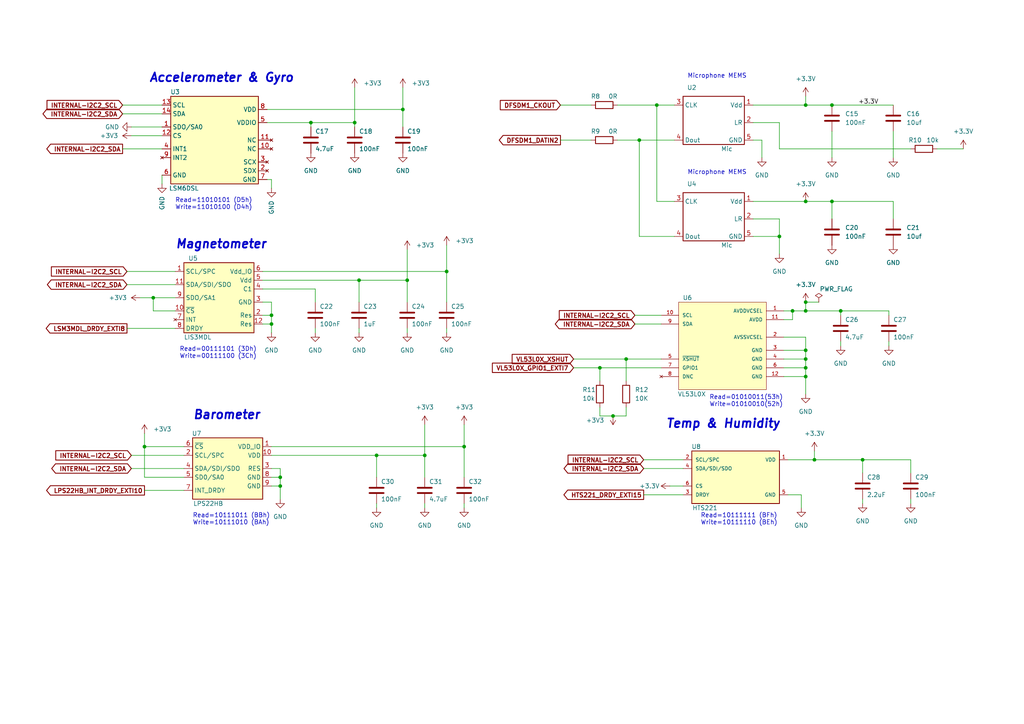
<source format=kicad_sch>
(kicad_sch (version 20211123) (generator eeschema)
  (paper "A4")
  (title_block (title "MEMS Sensors") (date "2023-01-22"))
  (lib_symbols
    (symbol "Device:C" (pin_numbers hide) (pin_names (offset 0.254))
      (property "Reference" "C" (at 0.635 2.54 0))
      (property "Value" "C" (at 0.635 -2.54 0))
      (symbol "C_0_1"
        (polyline (pts (xy -2.032 -0.762) (xy 2.032 -0.762)) (stroke (width 0.508)))
        (polyline (pts (xy -2.032 0.762) (xy 2.032 0.762)) (stroke (width 0.508)))
      )
      (symbol "C_1_1"
        (pin passive line (at 0 3.81 270) (length 2.794) (name "~") (number "1"))
        (pin passive line (at 0 -3.81 90) (length 2.794) (name "~") (number "2"))
      )
    )
    (symbol "Device:R" (pin_numbers hide) (pin_names (offset 0))
      (property "Reference" "R" (at 2.032 0 90))
      (property "Value" "R" (at 0 0 90))
      (symbol "R_0_1"
        (rectangle (start -1.016 -2.54) (end 1.016 2.54) (stroke (width 0.254)))
      )
      (symbol "R_1_1"
        (pin passive line (at 0 3.81 270) (length 1.27) (name "~") (number "1"))
        (pin passive line (at 0 -3.81 90) (length 1.27) (name "~") (number "2"))
      )
    )
    (symbol "HTS221:HTS221" (pin_names (offset 1.016))
      (property "Reference" "U6" (at 0 12.7 0))
      (property "Value" "HTS221" (at 0 10.16 0))
      (symbol "HTS221_0_0"
        (rectangle (start -12.7 -7.62) (end 12.7 7.62) (stroke (width 0.254)) (fill (type background)))
        (pin power_in line (at 15.24 5.08 180) (length 2.54) (name "VDD") (number "1"))
        (pin input line (at -15.24 5.08 0) (length 2.54) (name "SCL/SPC") (number "2"))
        (pin output line (at -15.24 -5.08 0) (length 2.54) (name "DRDY") (number "3"))
        (pin bidirectional line (at -15.24 2.54 0) (length 2.54) (name "SDA/SDI/SDO") (number "4"))
        (pin power_in line (at 15.24 -5.08 180) (length 2.54) (name "GND") (number "5"))
        (pin input line (at -15.24 -2.54 0) (length 2.54) (name "CS") (number "6"))
      )
    )
    (symbol "MySymLib_HC:Mic"
      (property "Reference" "U" (at -7.62 6.35 0))
      (property "Value" "Mic" (at 0 -10.16 0))
      (symbol "Mic_1_1"
        (rectangle (start -10.16 5.08) (end 7.62 -8.89) (stroke (width 0.254)))
        (pin power_in line (at 10.16 2.54 180) (length 2.54) (name "Vdd") (number "1"))
        (pin input line (at 10.16 -2.54 180) (length 2.54) (name "LR") (number "2"))
        (pin input line (at -12.7 2.54 0) (length 2.54) (name "CLK") (number "3"))
        (pin tri_state line (at -12.7 -7.62 0) (length 2.54) (name "Dout") (number "4"))
        (pin power_in line (at 10.16 -7.62 180) (length 2.54) (name "GND") (number "5"))
      )
    )
    (symbol "Sensor_Magnetic:LIS3MDL"
      (property "Reference" "U5" (at -8.89 11.43 0))
      (property "Value" "LIS3MDL" (at -7.62 -11.43 0))
      (symbol "LIS3MDL_0_1"
        (rectangle (start -10.16 10.16) (end 10.16 -10.16) (stroke (width 0.254)) (fill (type background)))
      )
      (symbol "LIS3MDL_1_1"
        (pin input line (at -12.7 7.62 0) (length 2.54) (name "SCL/SPC") (number "1"))
        (pin input line (at -12.7 -3.81 0) (length 2.54) (name "~{CS}") (number "10"))
        (pin bidirectional line (at -12.7 3.81 0) (length 2.54) (name "SDA/SDI/SDO") (number "11"))
        (pin passive line (at 12.7 -7.62 180) (length 2.54) (name "Res") (number "12"))
        (pin passive line (at 12.7 -5.08 180) (length 2.54) (name "Res") (number "2"))
        (pin power_in line (at 12.7 -1.27 180) (length 2.54) (name "GND") (number "3"))
        (pin power_out line (at 12.7 2.54 180) (length 2.54) (name "C1") (number "4"))
        (pin power_in line (at 12.7 5.08 180) (length 2.54) (name "Vdd") (number "5"))
        (pin power_in line (at 12.7 7.62 180) (length 2.54) (name "Vdd_IO") (number "6"))
        (pin no_connect line (at -12.7 -6.35 0) (length 2.54) (name "INT") (number "7"))
        (pin output line (at -12.7 -8.89 0) (length 2.54) (name "DRDY") (number "8"))
        (pin bidirectional line (at -12.7 0 0) (length 2.54) (name "SDO/SA1") (number "9"))
      )
    )
    (symbol "Sensor_Motion:LSM6DSL"
      (property "Reference" "U3" (at -11.43 13.97 0))
      (property "Value" "LSM6DSL" (at -7.62 -13.97 0))
      (symbol "LSM6DSL_0_1"
        (rectangle (start -12.7 12.7) (end 12.7 -12.7) (stroke (width 0.254)) (fill (type background)))
      )
      (symbol "LSM6DSL_1_1"
        (pin bidirectional line (at -15.24 3.81 0) (length 2.54) (name "SDO/SA0") (number "1"))
        (pin no_connect line (at 16.51 -2.54 180) (length 3.81) (name "NC") (number "10"))
        (pin no_connect line (at 16.51 0 180) (length 3.81) (name "NC") (number "11"))
        (pin input line (at -15.24 1.27 0) (length 2.54) (name "CS") (number "12"))
        (pin input line (at -15.24 10.16 0) (length 2.54) (name "SCL") (number "13"))
        (pin bidirectional line (at -15.24 7.62 0) (length 2.54) (name "SDA") (number "14"))
        (pin no_connect line (at 15.24 -8.89 180) (length 2.54) (name "SDX") (number "2"))
        (pin no_connect line (at 15.24 -6.35 180) (length 2.54) (name "SCX") (number "3"))
        (pin output line (at -15.24 -2.54 0) (length 2.54) (name "INT1") (number "4"))
        (pin power_in line (at 15.24 5.08 180) (length 2.54) (name "VDDIO") (number "5"))
        (pin power_in line (at -15.24 -10.16 0) (length 2.54) (name "GND") (number "6"))
        (pin power_in line (at 15.24 -11.43 180) (length 2.54) (name "GND") (number "7"))
        (pin power_in line (at 15.24 8.89 180) (length 2.54) (name "VDD") (number "8"))
        (pin no_connect line (at -15.24 -5.08 0) (length 2.54) (name "INT2") (number "9"))
      )
    )
    (symbol "Sensor_Pressure:LPS25HB"
      (property "Reference" "U7" (at -7.62 8.89 0))
      (property "Value" "LPS22HB" (at -1.27 -11.43 0))
      (symbol "LPS25HB_0_1"
        (rectangle (start -10.16 7.62) (end 10.16 -10.16) (stroke (width 0.254)) (fill (type background)))
      )
      (symbol "LPS25HB_1_1"
        (pin power_in line (at 12.7 5.08 180) (length 2.54) (name "VDD_IO") (number "1"))
        (pin power_in line (at 12.7 2.54 180) (length 2.54) (name "VDD") (number "10"))
        (pin input line (at -12.7 2.54 0) (length 2.54) (name "SCL/SPC") (number "2"))
        (pin passive line (at 12.7 -1.27 180) (length 2.54) (name "RES") (number "3"))
        (pin bidirectional line (at -12.7 -1.27 0) (length 2.54) (name "SDA/SDI/SDO") (number "4"))
        (pin bidirectional line (at -12.7 -3.81 0) (length 2.54) (name "SD0/SA0") (number "5"))
        (pin input line (at -12.7 5.08 0) (length 2.54) (name "~{CS}") (number "6"))
        (pin output line (at -12.7 -7.62 0) (length 2.54) (name "INT_DRDY") (number "7"))
        (pin passive line (at 12.7 -3.81 180) (length 2.54) (name "GND") (number "8"))
        (pin passive line (at 12.7 -6.35 180) (length 2.54) (name "GND") (number "9"))
      )
    )
    (symbol "VL53L0X:VL53L0X" (pin_names (offset 1.016))
      (property "Reference" "U4" (at 0 17.78 0))
      (property "Value" "VL53L0X" (at 0 15.24 0))
      (symbol "VL53L0X_0_0"
        (rectangle (start -12.7 -12.7) (end 12.7 12.7) (stroke (width 0.127)) (fill (type background)))
        (pin power_in line (at 17.78 10.16 180) (length 5.08) (name "AVDDVCSEL") (number "1"))
        (pin input line (at -17.78 8.89 0) (length 5.08) (name "SCL") (number "10"))
        (pin power_in line (at 17.78 7.62 180) (length 5.08) (name "AVDD") (number "11"))
        (pin power_in line (at 17.78 -8.89 180) (length 5.08) (name "GND") (number "12"))
        (pin power_in line (at 17.78 2.54 180) (length 5.08) (name "AVSSVCSEL") (number "2"))
        (pin power_in line (at 17.78 -1.27 180) (length 5.08) (name "GND") (number "3"))
        (pin power_in line (at 17.78 -3.81 180) (length 5.08) (name "GND") (number "4"))
        (pin input line (at -17.78 -3.81 0) (length 5.08) (name "~{XSHUT}") (number "5"))
        (pin power_in line (at 17.78 -6.35 180) (length 5.08) (name "GND") (number "6"))
        (pin output line (at -17.78 -6.35 0) (length 5.08) (name "GPIO1") (number "7"))
        (pin no_connect line (at -17.78 -8.89 0) (length 5.08) (name "DNC") (number "8"))
        (pin bidirectional line (at -17.78 6.35 0) (length 5.08) (name "SDA") (number "9"))
      )
    )
    (symbol "power:+3.3V" (power) (pin_names (offset 0))
      (property "Value" "+3.3V" (at 0 3.556 0))
      (symbol "+3.3V_0_1"
        (polyline (pts (xy -0.762 1.27) (xy 0 2.54)))
        (polyline (pts (xy 0 0) (xy 0 2.54)))
        (polyline (pts (xy 0 2.54) (xy 0.762 1.27)))
      )
      (symbol "+3.3V_1_1"
        (pin power_in line (at 0 0 90) (length 0) hide (name "+3.3V") (number "1"))
      )
    )
    (symbol "power:+3V3" (power) (pin_names (offset 0))
      (property "Value" "+3V3" (at 0 3.556 0))
      (symbol "+3V3_0_1"
        (polyline (pts (xy -0.762 1.27) (xy 0 2.54)))
        (polyline (pts (xy 0 0) (xy 0 2.54)))
        (polyline (pts (xy 0 2.54) (xy 0.762 1.27)))
      )
      (symbol "+3V3_1_1"
        (pin power_in line (at 0 0 90) (length 0) hide (name "+3V3") (number "1"))
      )
    )
    (symbol "power:GND" (power) (pin_names (offset 0))
      (property "Value" "GND" (at 0 -3.81 0))
      (symbol "GND_0_1"
        (polyline (pts (xy 0 0) (xy 0 -1.27) (xy 1.27 -1.27) (xy 0 -2.54) (xy -1.27 -1.27) (xy 0 -1.27)))
      )
      (symbol "GND_1_1"
        (pin power_in line (at 0 0 270) (length 0) hide (name "GND") (number "1"))
      )
    )
    (symbol "power:PWR_FLAG" (power) (pin_numbers hide) (pin_names (offset 0) hide)
      (property "Value" "PWR_FLAG" (at 0 3.81 0))
      (symbol "PWR_FLAG_0_0"
        (pin power_out line (at 0 0 90) (length 0) (name "pwr") (number "1"))
      )
      (symbol "PWR_FLAG_0_1"
        (polyline (pts (xy 0 0) (xy 0 1.27) (xy -1.016 1.905) (xy 0 2.54) (xy 1.016 1.905) (xy 0 1.27)))
      )
    )
  )
  (junction (at 233.68 101.6))
  (junction (at 123.19 132.08))
  (junction (at 241.3 58.42))
  (junction (at 233.68 104.14))
  (junction (at 233.68 109.22))
  (junction (at 129.54 78.74))
  (junction (at 177.8 120.65))
  (junction (at 243.84 90.17))
  (junction (at 233.68 87.63))
  (junction (at 109.22 132.08))
  (junction (at 226.06 68.58))
  (junction (at 181.61 104.14))
  (junction (at 173.99 106.68))
  (junction (at 78.74 93.98))
  (junction (at 78.74 91.44))
  (junction (at 41.91 129.54))
  (junction (at 104.14 81.28))
  (junction (at 233.68 30.48))
  (junction (at 236.22 133.35))
  (junction (at 134.62 129.54))
  (junction (at 233.68 106.68))
  (junction (at 81.28 138.43))
  (junction (at 185.42 40.64))
  (junction (at 118.11 81.28))
  (junction (at 250.19 133.35))
  (junction (at 90.17 35.56))
  (junction (at 233.68 90.17))
  (junction (at 44.45 86.36))
  (junction (at 241.3 30.48))
  (junction (at 81.28 140.97))
  (junction (at 190.5 30.48))
  (junction (at 116.84 31.75))
  (junction (at 102.87 35.56))
  (junction (at 233.68 58.42))
  (junction (at 229.87 90.17))
  (wire (pts (xy 116.84 25.4) (xy 116.84 31.75)))
  (wire (pts (xy 173.99 120.65) (xy 177.8 120.65)))
  (wire (pts (xy 41.91 142.24) (xy 53.34 142.24)))
  (wire (pts (xy 218.44 40.64) (xy 220.98 40.64)))
  (wire (pts (xy 218.44 58.42) (xy 233.68 58.42)))
  (wire (pts (xy 228.6 143.51) (xy 232.41 143.51)))
  (wire (pts (xy 76.2 87.63) (xy 78.74 87.63)))
  (wire (pts (xy 228.6 133.35) (xy 236.22 133.35)))
  (wire (pts (xy 264.16 137.16) (xy 264.16 133.35)))
  (wire (pts (xy 233.68 27.94) (xy 233.68 30.48)))
  (wire (pts (xy 44.45 86.36) (xy 50.8 86.36)))
  (wire (pts (xy 81.28 135.89) (xy 81.28 138.43)))
  (wire (pts (xy 129.54 78.74) (xy 129.54 87.63)))
  (wire (pts (xy 181.61 104.14) (xy 181.61 110.49)))
  (wire (pts (xy 78.74 52.07) (xy 78.74 54.61)))
  (wire (pts (xy 90.17 35.56) (xy 102.87 35.56)))
  (wire (pts (xy 264.16 146.05) (xy 264.16 144.78)))
  (wire (pts (xy 166.37 104.14) (xy 181.61 104.14)))
  (wire (pts (xy 134.62 123.19) (xy 134.62 129.54)))
  (wire (pts (xy 227.33 97.79) (xy 233.68 97.79)))
  (wire (pts (xy 227.33 106.68) (xy 233.68 106.68)))
  (wire (pts (xy 166.37 106.68) (xy 173.99 106.68)))
  (wire (pts (xy 226.06 43.18) (xy 264.16 43.18)))
  (wire (pts (xy 194.31 140.97) (xy 198.12 140.97)))
  (wire (pts (xy 77.47 35.56) (xy 90.17 35.56)))
  (wire (pts (xy 104.14 81.28) (xy 104.14 87.63)))
  (wire (pts (xy 233.68 87.63) (xy 233.68 90.17)))
  (wire (pts (xy 186.69 133.35) (xy 198.12 133.35)))
  (wire (pts (xy 78.74 140.97) (xy 81.28 140.97)))
  (wire (pts (xy 118.11 96.52) (xy 118.11 95.25)))
  (wire (pts (xy 271.78 43.18) (xy 279.4 43.18)))
  (wire (pts (xy 241.3 30.48) (xy 259.08 30.48)))
  (wire (pts (xy 218.44 35.56) (xy 226.06 35.56)))
  (wire (pts (xy 118.11 72.39) (xy 118.11 81.28)))
  (wire (pts (xy 44.45 90.17) (xy 44.45 86.36)))
  (wire (pts (xy 50.8 90.17) (xy 44.45 90.17)))
  (wire (pts (xy 78.74 93.98) (xy 78.74 96.52)))
  (wire (pts (xy 90.17 35.56) (xy 90.17 36.83)))
  (wire (pts (xy 91.44 96.52) (xy 91.44 95.25)))
  (wire (pts (xy 241.3 58.42) (xy 259.08 58.42)))
  (wire (pts (xy 179.07 40.64) (xy 185.42 40.64)))
  (wire (pts (xy 35.56 30.48) (xy 46.99 30.48)))
  (wire (pts (xy 236.22 130.81) (xy 236.22 133.35)))
  (wire (pts (xy 233.68 90.17) (xy 243.84 90.17)))
  (wire (pts (xy 229.87 90.17) (xy 229.87 92.71)))
  (wire (pts (xy 81.28 140.97) (xy 81.28 144.78)))
  (wire (pts (xy 250.19 146.05) (xy 250.19 144.78)))
  (wire (pts (xy 250.19 133.35) (xy 250.19 137.16)))
  (wire (pts (xy 129.54 95.25) (xy 129.54 96.52)))
  (wire (pts (xy 226.06 63.5) (xy 226.06 68.58)))
  (wire (pts (xy 109.22 132.08) (xy 123.19 132.08)))
  (wire (pts (xy 233.68 101.6) (xy 233.68 104.14)))
  (wire (pts (xy 227.33 109.22) (xy 233.68 109.22)))
  (wire (pts (xy 102.87 25.4) (xy 102.87 35.56)))
  (wire (pts (xy 184.15 91.44) (xy 191.77 91.44)))
  (wire (pts (xy 38.1 39.37) (xy 46.99 39.37)))
  (wire (pts (xy 241.3 38.1) (xy 241.3 45.72)))
  (wire (pts (xy 78.74 138.43) (xy 81.28 138.43)))
  (wire (pts (xy 250.19 133.35) (xy 264.16 133.35)))
  (wire (pts (xy 129.54 71.12) (xy 129.54 78.74)))
  (wire (pts (xy 243.84 100.33) (xy 243.84 99.06)))
  (wire (pts (xy 227.33 104.14) (xy 233.68 104.14)))
  (wire (pts (xy 195.58 68.58) (xy 185.42 68.58)))
  (wire (pts (xy 104.14 81.28) (xy 118.11 81.28)))
  (wire (pts (xy 185.42 68.58) (xy 185.42 40.64)))
  (wire (pts (xy 104.14 96.52) (xy 104.14 95.25)))
  (wire (pts (xy 173.99 106.68) (xy 173.99 110.49)))
  (wire (pts (xy 38.1 132.08) (xy 53.34 132.08)))
  (wire (pts (xy 38.1 36.83) (xy 46.99 36.83)))
  (wire (pts (xy 227.33 90.17) (xy 229.87 90.17)))
  (wire (pts (xy 162.56 40.64) (xy 171.45 40.64)))
  (wire (pts (xy 36.83 78.74) (xy 50.8 78.74)))
  (wire (pts (xy 236.22 133.35) (xy 250.19 133.35)))
  (wire (pts (xy 226.06 63.5) (xy 218.44 63.5)))
  (wire (pts (xy 227.33 92.71) (xy 229.87 92.71)))
  (wire (pts (xy 41.91 129.54) (xy 41.91 138.43)))
  (wire (pts (xy 218.44 68.58) (xy 226.06 68.58)))
  (wire (pts (xy 257.81 100.33) (xy 257.81 99.06)))
  (wire (pts (xy 53.34 129.54) (xy 41.91 129.54)))
  (wire (pts (xy 76.2 93.98) (xy 78.74 93.98)))
  (wire (pts (xy 78.74 135.89) (xy 81.28 135.89)))
  (wire (pts (xy 233.68 109.22) (xy 233.68 114.3)))
  (wire (pts (xy 232.41 143.51) (xy 232.41 147.32)))
  (wire (pts (xy 190.5 30.48) (xy 195.58 30.48)))
  (wire (pts (xy 218.44 30.48) (xy 233.68 30.48)))
  (wire (pts (xy 229.87 90.17) (xy 233.68 90.17)))
  (wire (pts (xy 77.47 52.07) (xy 78.74 52.07)))
  (wire (pts (xy 102.87 35.56) (xy 102.87 36.83)))
  (wire (pts (xy 220.98 40.64) (xy 220.98 45.72)))
  (wire (pts (xy 53.34 138.43) (xy 41.91 138.43)))
  (wire (pts (xy 233.68 97.79) (xy 233.68 101.6)))
  (wire (pts (xy 78.74 91.44) (xy 78.74 93.98)))
  (wire (pts (xy 41.91 125.73) (xy 41.91 129.54)))
  (wire (pts (xy 35.56 43.18) (xy 46.99 43.18)))
  (wire (pts (xy 78.74 129.54) (xy 134.62 129.54)))
  (wire (pts (xy 226.06 35.56) (xy 226.06 43.18)))
  (wire (pts (xy 186.69 135.89) (xy 198.12 135.89)))
  (wire (pts (xy 181.61 104.14) (xy 191.77 104.14)))
  (wire (pts (xy 179.07 30.48) (xy 190.5 30.48)))
  (wire (pts (xy 76.2 78.74) (xy 129.54 78.74)))
  (wire (pts (xy 123.19 147.32) (xy 123.19 146.05)))
  (wire (pts (xy 227.33 101.6) (xy 233.68 101.6)))
  (wire (pts (xy 181.61 118.11) (xy 181.61 120.65)))
  (wire (pts (xy 36.83 95.25) (xy 50.8 95.25)))
  (wire (pts (xy 226.06 68.58) (xy 226.06 73.66)))
  (wire (pts (xy 78.74 132.08) (xy 109.22 132.08)))
  (wire (pts (xy 46.99 50.8) (xy 46.99 53.34)))
  (wire (pts (xy 195.58 58.42) (xy 190.5 58.42)))
  (wire (pts (xy 173.99 106.68) (xy 191.77 106.68)))
  (wire (pts (xy 76.2 83.82) (xy 91.44 83.82)))
  (wire (pts (xy 186.69 143.51) (xy 198.12 143.51)))
  (wire (pts (xy 35.56 33.02) (xy 46.99 33.02)))
  (wire (pts (xy 257.81 91.44) (xy 257.81 90.17)))
  (wire (pts (xy 91.44 83.82) (xy 91.44 87.63)))
  (wire (pts (xy 184.15 93.98) (xy 191.77 93.98)))
  (wire (pts (xy 233.68 106.68) (xy 233.68 109.22)))
  (wire (pts (xy 134.62 146.05) (xy 134.62 147.32)))
  (wire (pts (xy 233.68 87.63) (xy 237.49 87.63)))
  (wire (pts (xy 77.47 31.75) (xy 116.84 31.75)))
  (wire (pts (xy 177.8 120.65) (xy 181.61 120.65)))
  (wire (pts (xy 134.62 129.54) (xy 134.62 138.43)))
  (wire (pts (xy 81.28 138.43) (xy 81.28 140.97)))
  (wire (pts (xy 118.11 87.63) (xy 118.11 81.28)))
  (wire (pts (xy 109.22 147.32) (xy 109.22 146.05)))
  (wire (pts (xy 76.2 91.44) (xy 78.74 91.44)))
  (wire (pts (xy 76.2 81.28) (xy 104.14 81.28)))
  (wire (pts (xy 109.22 132.08) (xy 109.22 138.43)))
  (wire (pts (xy 173.99 118.11) (xy 173.99 120.65)))
  (wire (pts (xy 233.68 58.42) (xy 241.3 58.42)))
  (wire (pts (xy 38.1 135.89) (xy 53.34 135.89)))
  (wire (pts (xy 190.5 58.42) (xy 190.5 30.48)))
  (wire (pts (xy 259.08 38.1) (xy 259.08 45.72)))
  (wire (pts (xy 243.84 90.17) (xy 243.84 91.44)))
  (wire (pts (xy 36.83 82.55) (xy 50.8 82.55)))
  (wire (pts (xy 241.3 58.42) (xy 241.3 63.5)))
  (wire (pts (xy 123.19 123.19) (xy 123.19 132.08)))
  (wire (pts (xy 243.84 90.17) (xy 257.81 90.17)))
  (wire (pts (xy 259.08 58.42) (xy 259.08 63.5)))
  (wire (pts (xy 185.42 40.64) (xy 195.58 40.64)))
  (wire (pts (xy 233.68 104.14) (xy 233.68 106.68)))
  (wire (pts (xy 233.68 30.48) (xy 241.3 30.48)))
  (wire (pts (xy 78.74 87.63) (xy 78.74 91.44)))
  (wire (pts (xy 162.56 30.48) (xy 171.45 30.48)))
  (wire (pts (xy 40.64 86.36) (xy 44.45 86.36)))
  (wire (pts (xy 116.84 31.75) (xy 116.84 36.83)))
  (wire (pts (xy 123.19 132.08) (xy 123.19 138.43)))
  (text "Temp & Humidity" (at 193.04 124.46 0) (effects (font (size 2.5 2.5) (thickness 0.5) bold italic) (justify left bottom)))
  (text "Read=00111101 (3Dh)\nWrite=00111100 (3Ch)" (at 52.07 104.14 0) (effects (font (size 1.27 1.27)) (justify left bottom)))
  (text "Accelerometer & Gyro" (at 43.18 24.13 0) (effects (font (size 2.5 2.5) (thickness 0.5) bold italic) (justify left bottom)))
  (text "Read=10111011 (BBh)\nWrite=10111010 (BAh)" (at 55.88 152.4 0) (effects (font (size 1.27 1.27)) (justify left bottom)))
  (text "Read=11010101 (D5h)\nWrite=11010100 (D4h)" (at 50.8 60.96 0) (effects (font (size 1.27 1.27)) (justify left bottom)))
  (text "Microphone MEMS" (at 199.39 50.8 0) (effects (font (size 1.27 1.27)) (justify left bottom)))
  (text "Read=10111111 (BFh)\nWrite=10111110 (BEh)" (at 203.2 152.4 0) (effects (font (size 1.27 1.27)) (justify left bottom)))
  (text "Barometer" (at 55.88 121.92 0) (effects (font (size 2.5 2.5) (thickness 0.5) bold italic) (justify left bottom)))
  (text "Microphone MEMS" (at 199.39 22.86 0) (effects (font (size 1.27 1.27)) (justify left bottom)))
  (text "Magnetometer" (at 50.8 72.39 0) (effects (font (size 2.5 2.5) (thickness 0.5) bold italic) (justify left bottom)))
  (text "Read=01010011(53h)\nWrite=01010010(52h)" (at 205.74 118.11 0) (effects (font (size 1.27 1.27)) (justify left bottom)))
  (label "+3.3V" (at 248.92 30.48 0))
  (global_label "INTERNAL-I2C2_SCL" (shape input) (at 36.83 78.74 180) (effects (font (thickness 0.254) bold)) (property "Intersheet References" "${INTERSHEET_REFS}" (effects hide)))
  (global_label "INTERNAL-I2C2_SDA" (shape bidirectional) (at 38.1 135.89 180) (effects (font (thickness 0.254) bold)) (property "Intersheet References" "${INTERSHEET_REFS}" (effects hide)))
  (global_label "LPS22HB_INT_DRDY_EXTI10" (shape output) (at 41.91 142.24 180) (effects (font (thickness 0.254) bold)) (property "Intersheet References" "${INTERSHEET_REFS}" (effects hide)))
  (global_label "INTERNAL-I2C2_SCL" (shape input) (at 35.56 30.48 180) (effects (font (thickness 0.254) bold)) (property "Intersheet References" "${INTERSHEET_REFS}" (effects hide)))
  (global_label "LSM3MDL_DRDY_EXTI8" (shape output) (at 36.83 95.25 180) (effects (font (thickness 0.254) bold)) (property "Intersheet References" "${INTERSHEET_REFS}" (effects hide)))
  (global_label "INTERNAL-I2C2_SCL" (shape input) (at 38.1 132.08 180) (effects (font (thickness 0.254) bold)) (property "Intersheet References" "${INTERSHEET_REFS}" (effects hide)))
  (global_label "INTERNAL-I2C2_SDA" (shape bidirectional) (at 184.15 93.98 180) (effects (font (thickness 0.254) bold)) (property "Intersheet References" "${INTERSHEET_REFS}" (effects hide)))
  (global_label "INTERNAL-I2C2_SCL" (shape input) (at 184.15 91.44 180) (effects (font (thickness 0.254) bold)) (property "Intersheet References" "${INTERSHEET_REFS}" (effects hide)))
  (global_label "DFSDM1_CKOUT" (shape input) (at 162.56 30.48 180) (effects (font (thickness 0.254) bold)) (property "Intersheet References" "${INTERSHEET_REFS}" (effects hide)))
  (global_label "VL53L0X_XSHUT" (shape input) (at 166.37 104.14 180) (effects (font (thickness 0.254) bold)) (property "Intersheet References" "${INTERSHEET_REFS}" (effects hide)))
  (global_label "INTERNAL-I2C2_SCL" (shape input) (at 186.69 133.35 180) (effects (font (thickness 0.254) bold)) (property "Intersheet References" "${INTERSHEET_REFS}" (effects hide)))
  (global_label "HTS221_DRDY_EXTI15" (shape output) (at 186.69 143.51 180) (effects (font (thickness 0.254) bold)) (property "Intersheet References" "${INTERSHEET_REFS}" (effects hide)))
  (global_label "VL53L0X_GPIO1_EXTI7" (shape input) (at 166.37 106.68 180) (effects (font (thickness 0.254) bold)) (property "Intersheet References" "${INTERSHEET_REFS}" (effects hide)))
  (global_label "INTERNAL-I2C2_SDA" (shape bidirectional) (at 36.83 82.55 180) (effects (font (thickness 0.254) bold)) (property "Intersheet References" "${INTERSHEET_REFS}" (effects hide)))
  (global_label "INTERNAL-I2C2_SDA" (shape bidirectional) (at 186.69 135.89 180) (effects (font (thickness 0.254) bold)) (property "Intersheet References" "${INTERSHEET_REFS}" (effects hide)))
  (global_label "INTERNAL-I2C2_SDA" (shape bidirectional) (at 35.56 33.02 180) (effects (font (thickness 0.254) bold)) (property "Intersheet References" "${INTERSHEET_REFS}" (effects hide)))
  (global_label "INTERNAL-I2C2_SDA" (shape output) (at 35.56 43.18 180) (effects (font (thickness 0.254) bold)) (property "Intersheet References" "${INTERSHEET_REFS}" (effects hide)))
  (global_label "DFSDM1_DATIN2" (shape output) (at 162.56 40.64 180) (effects (font (thickness 0.254) bold)) (property "Intersheet References" "${INTERSHEET_REFS}" (effects hide)))
  (symbol (lib_id "power:GND") (at 226.06 73.66 0) (unit 1)
    (property "Reference" "#PWR041" (effects hide))
    (property "Value" "GND" (at 226.06 78.74 0))
  )
  (symbol (lib_id "Device:C") (at 102.87 40.64 0) (unit 1)
    (property "Reference" "C18" (at 104.14 38.1 0) (effects (justify left)))
    (property "Value" "100nF" (at 104.14 43.18 0) (effects (justify left)))
    (property "Footprint" "Capacitor_SMD:C_0402_1005Metric" (effects hide))
    (property "Datasheet" "https://s3.amazonaws.com/snapeda/datasheet/C0402C222J3JACTU_KEMET.pdf" (effects hide))
  )
  (symbol (lib_id "power:+3V3") (at 41.91 125.73 0) (unit 1)
    (property "Reference" "#PWR055" (effects hide))
    (property "Value" "+3V3" (at 44.45 124.4599 0) (effects (justify left)))
  )
  (symbol (lib_id "power:GND") (at 116.84 44.45 0) (unit 1)
    (property "Reference" "#PWR030" (effects hide))
    (property "Value" "GND" (at 116.84 49.53 0))
  )
  (symbol (lib_id "power:+3.3V") (at 233.68 27.94 0) (unit 1)
    (property "Reference" "#PWR024" (effects hide))
    (property "Value" "+3.3V" (at 233.68 22.86 0))
  )
  (symbol (lib_id "power:+3.3V") (at 233.68 58.42 0) (unit 1)
    (property "Reference" "#PWR036" (effects hide))
    (property "Value" "+3.3V" (at 233.68 53.34 0))
  )
  (symbol (lib_id "Device:C") (at 118.11 91.44 0) (unit 1)
    (property "Reference" "C24" (at 119.38 88.9 0) (effects (justify left)))
    (property "Value" "100nF" (at 119.38 93.98 0) (effects (justify left)))
    (property "Footprint" "Capacitor_SMD:C_0402_1005Metric" (effects hide))
    (property "Datasheet" "https://s3.amazonaws.com/snapeda/datasheet/C0402C222J3JACTU_KEMET.pdf" (effects hide))
  )
  (symbol (lib_id "power:GND") (at 90.17 44.45 0) (unit 1)
    (property "Reference" "#PWR028" (effects hide))
    (property "Value" "GND" (at 90.17 49.53 0))
  )
  (symbol (lib_id "power:+3V3") (at 129.54 71.12 0) (unit 1)
    (property "Reference" "#PWR037" (effects hide))
    (property "Value" "+3V3" (at 132.08 69.8499 0) (effects (justify left)))
  )
  (symbol (lib_id "power:+3V3") (at 118.11 72.39 0) (unit 1)
    (property "Reference" "#PWR040" (effects hide))
    (property "Value" "+3V3" (at 120.65 71.1199 0) (effects (justify left)))
  )
  (symbol (lib_id "power:GND") (at 243.84 100.33 0) (unit 1)
    (property "Reference" "#PWR049" (effects hide))
    (property "Value" "GND" (at 243.84 105.41 0))
  )
  (symbol (lib_id "power:+3V3") (at 134.62 123.19 0) (unit 1)
    (property "Reference" "#PWR054" (effects hide))
    (property "Value" "+3V3" (at 134.62 118.11 0))
  )
  (symbol (lib_id "Device:C") (at 250.19 140.97 0) (unit 1)
    (property "Reference" "C28" (at 251.46 138.43 0) (effects (justify left)))
    (property "Value" "2.2uF" (at 251.46 143.51 0) (effects (justify left)))
    (property "Footprint" "Capacitor_SMD:C_0603_1608Metric" (effects hide))
    (property "Datasheet" "https://www.snapeda.com/parts/C0603C222K4RACTU/KEMET/datasheet/" (effects hide))
  )
  (symbol (lib_id "power:+3V3") (at 40.64 86.36 90) (unit 1)
    (property "Reference" "#PWR042" (effects hide))
    (property "Value" "+3V3" (at 36.83 86.3599 90) (effects (justify left)))
  )
  (symbol (lib_id "Device:R") (at 267.97 43.18 90) (unit 1)
    (property "Reference" "R10" (at 265.43 40.64 90))
    (property "Value" "10k" (at 270.51 40.64 90))
    (property "Footprint" "Resistor_SMD:R_0402_1005Metric" (effects hide))
    (property "Datasheet" "https://www.snapeda.com/parts/ERA-2HEC7321P/Panasonic/datasheet/" (effects hide))
  )
  (symbol (lib_id "Device:C") (at 116.84 40.64 0) (unit 1)
    (property "Reference" "C19" (at 118.11 38.1 0) (effects (justify left)))
    (property "Value" "100nF" (at 118.11 43.18 0) (effects (justify left)))
    (property "Footprint" "Capacitor_SMD:C_0402_1005Metric" (effects hide))
    (property "Datasheet" "https://s3.amazonaws.com/snapeda/datasheet/C0402C222J3JACTU_KEMET.pdf" (effects hide))
  )
  (symbol (lib_id "power:GND") (at 134.62 147.32 0) (unit 1)
    (property "Reference" "#PWR063" (effects hide))
    (property "Value" "GND" (at 134.62 152.4 0))
  )
  (symbol (lib_id "power:GND") (at 123.19 147.32 0) (unit 1)
    (property "Reference" "#PWR062" (effects hide))
    (property "Value" "GND" (at 123.19 152.4 0))
  )
  (symbol (lib_id "power:+3V3") (at 123.19 123.19 0) (unit 1)
    (property "Reference" "#PWR053" (effects hide))
    (property "Value" "+3V3" (at 123.19 118.11 0))
  )
  (symbol (lib_id "Device:C") (at 243.84 95.25 0) (unit 1)
    (property "Reference" "C26" (at 245.11 92.71 0) (effects (justify left)))
    (property "Value" "4.7uF" (at 245.11 97.79 0) (effects (justify left)))
    (property "Footprint" "Capacitor_SMD:C_0603_1608Metric" (effects hide))
    (property "Datasheet" "https://www.snapeda.com/parts/C0603C222K4RACTU/KEMET/datasheet/" (effects hide))
  )
  (symbol (lib_id "power:+3V3") (at 38.1 39.37 90) (unit 1)
    (property "Reference" "#PWR026" (effects hide))
    (property "Value" "+3V3" (at 34.29 39.3699 90) (effects (justify left)))
  )
  (symbol (lib_id "power:+3V3") (at 102.87 25.4 0) (unit 1)
    (property "Reference" "#PWR022" (effects hide))
    (property "Value" "+3V3" (at 105.41 24.1299 0) (effects (justify left)))
  )
  (symbol (lib_id "power:GND") (at 259.08 71.12 0) (unit 1)
    (property "Reference" "#PWR039" (effects hide))
    (property "Value" "GND" (at 259.08 76.2 0))
  )
  (symbol (lib_id "power:GND") (at 102.87 44.45 0) (unit 1)
    (property "Reference" "#PWR029" (effects hide))
    (property "Value" "GND" (at 102.87 49.53 0))
  )
  (symbol (lib_id "Device:C") (at 123.19 142.24 0) (unit 1)
    (property "Reference" "C31" (at 124.46 139.7 0) (effects (justify left)))
    (property "Value" "4.7uF" (at 124.46 144.78 0) (effects (justify left)))
    (property "Footprint" "Capacitor_SMD:C_0603_1608Metric" (effects hide))
    (property "Datasheet" "https://www.snapeda.com/parts/C0603C222K4RACTU/KEMET/datasheet/" (effects hide))
  )
  (symbol (lib_id "power:+3.3V") (at 233.68 87.63 0) (unit 1)
    (property "Reference" "#PWR043" (effects hide))
    (property "Value" "+3.3V" (at 233.68 82.55 0))
  )
  (symbol (lib_id "MySymLib_HC:Mic") (at 208.28 33.02 0) (unit 1)
    (property "Reference" "U2" (at 200.66 25.4 0))
    (property "Value" "Mic" (at 210.82 43.18 0))
    (property "Footprint" "Sensor_Audio:Knowles_LGA-5_3.5x2.65mm" (effects hide))
    (property "Datasheet" "https://www.knowles.com/docs/default-source/model-downloads/sph0641lu4h-1-revb.pdf" (effects hide))
  )
  (symbol (lib_id "Device:R") (at 175.26 30.48 90) (unit 1)
    (property "Reference" "R8" (at 172.72 27.94 90))
    (property "Value" "0R" (at 177.8 27.94 90))
    (property "Footprint" "Resistor_SMD:R_0402_1005Metric" (effects hide))
    (property "Datasheet" "https://www.snapeda.com/parts/ERA-2HEC7321P/Panasonic/datasheet/" (effects hide))
  )
  (symbol (lib_id "MySymLib_HC:Mic") (at 208.28 60.96 0) (unit 1)
    (property "Reference" "U4" (at 200.66 53.34 0))
    (property "Value" "Mic" (at 210.82 71.12 0))
    (property "Footprint" "Sensor_Audio:Knowles_LGA-5_3.5x2.65mm" (effects hide))
    (property "Datasheet" "https://www.knowles.com/docs/default-source/model-downloads/sph0641lu4h-1-revb.pdf" (effects hide))
  )
  (symbol (lib_id "Sensor_Motion:LSM6DSL") (at 62.23 40.64 0) (unit 1)
    (property "Reference" "U3" (at 50.8 26.67 0))
    (property "Value" "LSM6DSL" (at 53.34 54.61 0))
    (property "Footprint" "Package_LGA:LGA-14_3x2.5mm_P0.5mm_LayoutBorder3x4y" (effects hide))
    (property "Datasheet" "https://www.st.com/resource/en/datasheet/lsm6dsl.pdf" (effects hide))
  )
  (symbol (lib_id "Device:R") (at 181.61 114.3 0) (unit 1)
    (property "Reference" "R12" (at 184.15 113.0299 0) (effects (justify left)))
    (property "Value" "10K" (at 184.15 115.5699 0) (effects (justify left)))
    (property "Footprint" "Resistor_SMD:R_0402_1005Metric" (effects hide))
    (property "Datasheet" "https://www.snapeda.com/parts/ERA-2HEC7321P/Panasonic/datasheet/" (effects hide))
  )
  (symbol (lib_id "Device:C") (at 241.3 34.29 0) (unit 1)
    (property "Reference" "C15" (at 245.11 33.0199 0) (effects (justify left)))
    (property "Value" "100nF" (at 245.11 35.5599 0) (effects (justify left)))
    (property "Footprint" "Capacitor_SMD:C_0402_1005Metric" (effects hide))
    (property "Datasheet" "https://www.snapeda.com/parts/C0603C222K4RACTU/KEMET/datasheet/" (effects hide))
  )
  (symbol (lib_id "Device:C") (at 91.44 91.44 0) (unit 1)
    (property "Reference" "C22" (at 92.71 88.9 0) (effects (justify left)))
    (property "Value" "100nF" (at 92.71 93.98 0) (effects (justify left)))
    (property "Footprint" "Capacitor_SMD:C_0402_1005Metric" (effects hide))
    (property "Datasheet" "https://s3.amazonaws.com/snapeda/datasheet/C0402C222J3JACTU_KEMET.pdf" (effects hide))
  )
  (symbol (lib_id "power:GND") (at 91.44 96.52 0) (unit 1)
    (property "Reference" "#PWR045" (effects hide))
    (property "Value" "GND" (at 91.44 101.6 0))
  )
  (symbol (lib_id "Device:C") (at 241.3 67.31 0) (unit 1)
    (property "Reference" "C20" (at 245.11 66.0399 0) (effects (justify left)))
    (property "Value" "100nF" (at 245.11 68.5799 0) (effects (justify left)))
    (property "Footprint" "Capacitor_SMD:C_0402_1005Metric" (effects hide))
    (property "Datasheet" "https://s3.amazonaws.com/snapeda/datasheet/C0402C222J3JACTU_KEMET.pdf" (effects hide))
  )
  (symbol (lib_id "power:GND") (at 232.41 147.32 0) (unit 1)
    (property "Reference" "#PWR064" (effects hide))
    (property "Value" "GND" (at 232.41 152.4 0))
  )
  (symbol (lib_id "power:GND") (at 241.3 71.12 0) (unit 1)
    (property "Reference" "#PWR038" (effects hide))
    (property "Value" "GND" (at 241.3 76.2 0))
  )
  (symbol (lib_id "Device:R") (at 175.26 40.64 90) (unit 1)
    (property "Reference" "R9" (at 172.72 38.1 90))
    (property "Value" "0R" (at 177.8 38.1 90))
    (property "Footprint" "Resistor_SMD:R_0402_1005Metric" (effects hide))
    (property "Datasheet" "https://www.snapeda.com/parts/ERA-2HEC7321P/Panasonic/datasheet/" (effects hide))
  )
  (symbol (lib_id "power:GND") (at 104.14 96.52 0) (unit 1)
    (property "Reference" "#PWR046" (effects hide))
    (property "Value" "GND" (at 104.14 101.6 0))
  )
  (symbol (lib_id "power:GND") (at 241.3 45.72 0) (unit 1)
    (property "Reference" "#PWR032" (effects hide))
    (property "Value" "GND" (at 241.3 50.8 0))
  )
  (symbol (lib_id "Device:C") (at 104.14 91.44 0) (unit 1)
    (property "Reference" "C23" (at 105.41 88.9 0) (effects (justify left)))
    (property "Value" "1uF" (at 105.41 93.98 0) (effects (justify left)))
    (property "Footprint" "Capacitor_SMD:C_0402_1005Metric" (effects hide))
    (property "Datasheet" "https://s3.amazonaws.com/snapeda/datasheet/C0402C222J3JACTU_KEMET.pdf" (effects hide))
  )
  (symbol (lib_id "power:+3.3V") (at 194.31 140.97 90) (unit 1)
    (property "Reference" "#PWR057" (effects hide))
    (property "Value" "+3.3V" (at 185.42 140.97 90) (effects (justify right)))
  )
  (symbol (lib_id "power:GND") (at 264.16 146.05 0) (unit 1)
    (property "Reference" "#PWR060" (effects hide))
    (property "Value" "GND" (at 264.16 151.13 0))
  )
  (symbol (lib_id "Device:C") (at 257.81 95.25 0) (unit 1)
    (property "Reference" "C27" (at 259.08 92.71 0) (effects (justify left)))
    (property "Value" "100nF" (at 259.08 97.79 0) (effects (justify left)))
    (property "Footprint" "Capacitor_SMD:C_0402_1005Metric" (effects hide))
    (property "Datasheet" "https://s3.amazonaws.com/snapeda/datasheet/C0402C222J3JACTU_KEMET.pdf" (effects hide))
  )
  (symbol (lib_id "Device:C") (at 264.16 140.97 0) (unit 1)
    (property "Reference" "C29" (at 265.43 138.43 0) (effects (justify left)))
    (property "Value" "100nF" (at 265.43 143.51 0) (effects (justify left)))
    (property "Footprint" "Capacitor_SMD:C_0402_1005Metric" (effects hide))
    (property "Datasheet" "https://s3.amazonaws.com/snapeda/datasheet/C0402C222J3JACTU_KEMET.pdf" (effects hide))
  )
  (symbol (lib_id "power:GND") (at 220.98 45.72 0) (unit 1)
    (property "Reference" "#PWR031" (effects hide))
    (property "Value" "GND" (at 220.98 50.8 0))
  )
  (symbol (lib_id "power:GND") (at 46.99 53.34 0) (unit 1)
    (property "Reference" "#PWR034" (effects hide))
    (property "Value" "GND" (at 46.99 60.96 90) (effects (justify left)))
  )
  (symbol (lib_id "power:+3V3") (at 116.84 25.4 0) (unit 1)
    (property "Reference" "#PWR023" (effects hide))
    (property "Value" "+3V3" (at 119.38 24.1299 0) (effects (justify left)))
  )
  (symbol (lib_id "Device:C") (at 109.22 142.24 0) (unit 1)
    (property "Reference" "C30" (at 110.49 139.7 0) (effects (justify left)))
    (property "Value" "100nF" (at 110.49 144.78 0) (effects (justify left)))
    (property "Footprint" "Capacitor_SMD:C_0402_1005Metric" (effects hide))
    (property "Datasheet" "https://s3.amazonaws.com/snapeda/datasheet/C0402C222J3JACTU_KEMET.pdf" (effects hide))
  )
  (symbol (lib_id "Device:C") (at 134.62 142.24 0) (unit 1)
    (property "Reference" "C32" (at 135.89 139.7 0) (effects (justify left)))
    (property "Value" "100nF" (at 135.89 144.78 0) (effects (justify left)))
    (property "Footprint" "Capacitor_SMD:C_0402_1005Metric" (effects hide))
    (property "Datasheet" "https://s3.amazonaws.com/snapeda/datasheet/C0402C222J3JACTU_KEMET.pdf" (effects hide))
  )
  (symbol (lib_id "Device:C") (at 259.08 34.29 0) (unit 1)
    (property "Reference" "C16" (at 262.89 33.0199 0) (effects (justify left)))
    (property "Value" "10uf" (at 262.89 35.5599 0) (effects (justify left)))
    (property "Footprint" "Capacitor_SMD:C_0603_1608Metric" (effects hide))
    (property "Datasheet" "https://www.snapeda.com/parts/C0603C222K4RACTU/KEMET/datasheet/" (effects hide))
  )
  (symbol (lib_id "power:GND") (at 78.74 54.61 0) (unit 1)
    (property "Reference" "#PWR035" (effects hide))
    (property "Value" "GND" (at 78.74 62.23 90) (effects (justify left)))
  )
  (symbol (lib_id "power:+3.3V") (at 236.22 130.81 0) (unit 1)
    (property "Reference" "#PWR056" (effects hide))
    (property "Value" "+3.3V" (at 236.22 125.73 0))
  )
  (symbol (lib_id "power:GND") (at 118.11 96.52 0) (unit 1)
    (property "Reference" "#PWR047" (effects hide))
    (property "Value" "GND" (at 118.11 101.6 0))
  )
  (symbol (lib_id "power:GND") (at 259.08 45.72 0) (unit 1)
    (property "Reference" "#PWR033" (effects hide))
    (property "Value" "GND" (at 259.08 50.8 0))
  )
  (symbol (lib_id "power:GND") (at 233.68 114.3 0) (unit 1)
    (property "Reference" "#PWR051" (effects hide))
    (property "Value" "GND" (at 233.68 119.38 0))
  )
  (symbol (lib_id "VL53L0X:VL53L0X") (at 209.55 100.33 0) (unit 1)
    (property "Reference" "U6" (at 199.39 86.36 0))
    (property "Value" "VL53L0X" (at 200.66 114.3 0))
    (property "Footprint" "VL53L0X:SENSOR_VL53L0X" (effects hide))
    (property "Datasheet" "https://www.snapeda.com/parts/VL53L0X/STMicroelectronics/datasheet/" (effects hide))
    (property "MANUFACTURER" "ST Microelectronics" (effects hide))
    (property "PART_REV" "1.0" (effects hide))
    (property "STANDARD" "Manufacturer Recommendation" (effects hide))
  )
  (symbol (lib_id "power:PWR_FLAG") (at 237.49 87.63 0) (unit 1)
    (property "Reference" "#FLG0101" (effects hide))
    (property "Value" "PWR_FLAG" (at 242.57 83.82 0))
  )
  (symbol (lib_id "power:+3V3") (at 177.8 120.65 0) (mirror x) (unit 1)
    (property "Reference" "#PWR052" (effects hide))
    (property "Value" "+3V3" (at 175.26 121.9199 0) (effects (justify right)))
  )
  (symbol (lib_id "HTS221:HTS221") (at 213.36 138.43 0) (unit 1)
    (property "Reference" "U8" (at 201.93 129.54 0))
    (property "Value" "HTS221" (at 204.47 147.32 0))
    (property "Footprint" "XDCR_HTS221" (effects hide))
    (property "Datasheet" "https://www.snapeda.com/parts/HTS221/STMicroelectronics/datasheet/" (effects hide))
    (property "MANUFACTURER" "STMicroelectronics" (effects hide))
    (property "PARTREV" "Rev 1" (effects hide))
    (property "STANDARD" "Manufacturer Recommendations" (effects hide))
  )
  (symbol (lib_id "power:GND") (at 257.81 100.33 0) (unit 1)
    (property "Reference" "#PWR050" (effects hide))
    (property "Value" "GND" (at 257.81 105.41 0))
  )
  (symbol (lib_id "Device:R") (at 173.99 114.3 0) (unit 1)
    (property "Reference" "R11" (at 168.91 113.03 0) (effects (justify left)))
    (property "Value" "10k" (at 168.91 115.57 0) (effects (justify left)))
    (property "Footprint" "Resistor_SMD:R_0402_1005Metric" (effects hide))
    (property "Datasheet" "https://www.snapeda.com/parts/ERA-2HEC7321P/Panasonic/datasheet/" (effects hide))
  )
  (symbol (lib_id "power:GND") (at 78.74 96.52 0) (unit 1)
    (property "Reference" "#PWR044" (effects hide))
    (property "Value" "GND" (at 78.74 101.6 0))
  )
  (symbol (lib_id "Device:C") (at 90.17 40.64 0) (unit 1)
    (property "Reference" "C17" (at 91.44 38.1 0) (effects (justify left)))
    (property "Value" "4.7uF" (at 91.44 43.18 0) (effects (justify left)))
    (property "Footprint" "Capacitor_SMD:C_0603_1608Metric" (effects hide))
    (property "Datasheet" "https://www.snapeda.com/parts/C0603C222K4RACTU/KEMET/datasheet/" (effects hide))
  )
  (symbol (lib_id "power:GND") (at 81.28 144.78 0) (unit 1)
    (property "Reference" "#PWR0144" (effects hide))
    (property "Value" "GND" (at 81.28 149.86 0))
  )
  (symbol (lib_id "power:GND") (at 129.54 96.52 0) (unit 1)
    (property "Reference" "#PWR048" (effects hide))
    (property "Value" "GND" (at 129.54 101.6 0))
  )
  (symbol (lib_id "power:GND") (at 38.1 36.83 270) (unit 1)
    (property "Reference" "#PWR025" (effects hide))
    (property "Value" "GND" (at 30.48 36.83 90) (effects (justify left)))
  )
  (symbol (lib_id "Sensor_Pressure:LPS25HB") (at 66.04 134.62 0) (unit 1)
    (property "Reference" "U7" (at 58.42 125.73 0) (effects (justify right)))
    (property "Value" "LPS22HB" (at 64.77 146.05 0) (effects (justify right)))
    (property "Footprint" "LPS22HB:LGA10R50P2X3_200X200X80" (effects hide))
    (property "Datasheet" "www.st.com/resource/en/datasheet/lps25hb.pdf" (effects hide))
  )
  (symbol (lib_id "power:+3.3V") (at 279.4 43.18 0) (unit 1)
    (property "Reference" "#PWR027" (effects hide))
    (property "Value" "+3.3V" (at 279.4 38.1 0))
  )
  (symbol (lib_id "Device:C") (at 129.54 91.44 0) (unit 1)
    (property "Reference" "C25" (at 130.81 88.9 0) (effects (justify left)))
    (property "Value" "100nF" (at 130.81 93.98 0) (effects (justify left)))
    (property "Footprint" "Capacitor_SMD:C_0402_1005Metric" (effects hide))
    (property "Datasheet" "https://s3.amazonaws.com/snapeda/datasheet/C0402C222J3JACTU_KEMET.pdf" (effects hide))
  )
  (symbol (lib_id "Sensor_Magnetic:LIS3MDL") (at 63.5 86.36 0) (unit 1)
    (property "Reference" "U5" (at 54.61 74.93 0) (effects (justify left)))
    (property "Value" "LIS3MDL" (at 53.34 97.79 0) (effects (justify left)))
    (property "Footprint" "Package_LGA:LGA-12_2x2mm_P0.5mm" (effects hide))
    (property "Datasheet" "https://www.st.com/resource/en/datasheet/lis3mdl.pdf" (effects hide))
  )
  (symbol (lib_id "Device:C") (at 259.08 67.31 0) (unit 1)
    (property "Reference" "C21" (at 262.89 66.0399 0) (effects (justify left)))
    (property "Value" "10uf" (at 262.89 68.5799 0) (effects (justify left)))
    (property "Footprint" "Capacitor_SMD:C_0402_1005Metric" (effects hide))
    (property "Datasheet" "https://s3.amazonaws.com/snapeda/datasheet/C0402C222J3JACTU_KEMET.pdf" (effects hide))
  )
  (symbol (lib_id "power:GND") (at 109.22 147.32 0) (unit 1)
    (property "Reference" "#PWR061" (effects hide))
    (property "Value" "GND" (at 109.22 152.4 0))
  )
  (symbol (lib_id "power:GND") (at 250.19 146.05 0) (unit 1)
    (property "Reference" "#PWR059" (effects hide))
    (property "Value" "GND" (at 250.19 151.13 0))
  )
)
</source>
